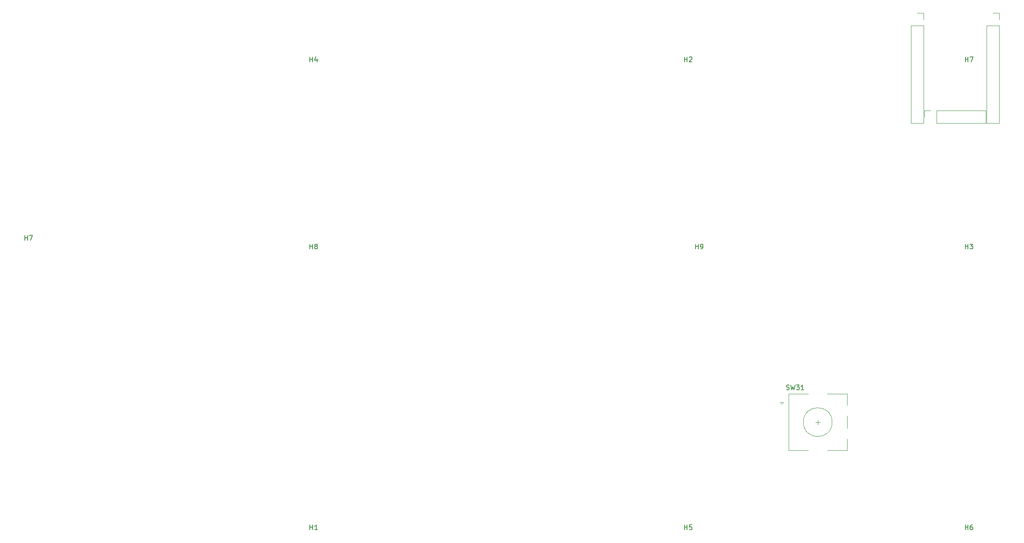
<source format=gbr>
%TF.GenerationSoftware,KiCad,Pcbnew,9.0.7*%
%TF.CreationDate,2026-02-23T23:42:04+09:00*%
%TF.ProjectId,YmmKeyboardMX,596d6d4b-6579-4626-9f61-72644d582e6b,rev?*%
%TF.SameCoordinates,Original*%
%TF.FileFunction,Legend,Top*%
%TF.FilePolarity,Positive*%
%FSLAX46Y46*%
G04 Gerber Fmt 4.6, Leading zero omitted, Abs format (unit mm)*
G04 Created by KiCad (PCBNEW 9.0.7) date 2026-02-23 23:42:04*
%MOMM*%
%LPD*%
G01*
G04 APERTURE LIST*
%ADD10C,0.150000*%
%ADD11C,0.120000*%
G04 APERTURE END LIST*
D10*
X195990476Y-104607200D02*
X196133333Y-104654819D01*
X196133333Y-104654819D02*
X196371428Y-104654819D01*
X196371428Y-104654819D02*
X196466666Y-104607200D01*
X196466666Y-104607200D02*
X196514285Y-104559580D01*
X196514285Y-104559580D02*
X196561904Y-104464342D01*
X196561904Y-104464342D02*
X196561904Y-104369104D01*
X196561904Y-104369104D02*
X196514285Y-104273866D01*
X196514285Y-104273866D02*
X196466666Y-104226247D01*
X196466666Y-104226247D02*
X196371428Y-104178628D01*
X196371428Y-104178628D02*
X196180952Y-104131009D01*
X196180952Y-104131009D02*
X196085714Y-104083390D01*
X196085714Y-104083390D02*
X196038095Y-104035771D01*
X196038095Y-104035771D02*
X195990476Y-103940533D01*
X195990476Y-103940533D02*
X195990476Y-103845295D01*
X195990476Y-103845295D02*
X196038095Y-103750057D01*
X196038095Y-103750057D02*
X196085714Y-103702438D01*
X196085714Y-103702438D02*
X196180952Y-103654819D01*
X196180952Y-103654819D02*
X196419047Y-103654819D01*
X196419047Y-103654819D02*
X196561904Y-103702438D01*
X196895238Y-103654819D02*
X197133333Y-104654819D01*
X197133333Y-104654819D02*
X197323809Y-103940533D01*
X197323809Y-103940533D02*
X197514285Y-104654819D01*
X197514285Y-104654819D02*
X197752381Y-103654819D01*
X198038095Y-103654819D02*
X198657142Y-103654819D01*
X198657142Y-103654819D02*
X198323809Y-104035771D01*
X198323809Y-104035771D02*
X198466666Y-104035771D01*
X198466666Y-104035771D02*
X198561904Y-104083390D01*
X198561904Y-104083390D02*
X198609523Y-104131009D01*
X198609523Y-104131009D02*
X198657142Y-104226247D01*
X198657142Y-104226247D02*
X198657142Y-104464342D01*
X198657142Y-104464342D02*
X198609523Y-104559580D01*
X198609523Y-104559580D02*
X198561904Y-104607200D01*
X198561904Y-104607200D02*
X198466666Y-104654819D01*
X198466666Y-104654819D02*
X198180952Y-104654819D01*
X198180952Y-104654819D02*
X198085714Y-104607200D01*
X198085714Y-104607200D02*
X198038095Y-104559580D01*
X199609523Y-104654819D02*
X199038095Y-104654819D01*
X199323809Y-104654819D02*
X199323809Y-103654819D01*
X199323809Y-103654819D02*
X199228571Y-103797676D01*
X199228571Y-103797676D02*
X199133333Y-103892914D01*
X199133333Y-103892914D02*
X199038095Y-103940533D01*
X233238095Y-36304819D02*
X233238095Y-35304819D01*
X233238095Y-35781009D02*
X233809523Y-35781009D01*
X233809523Y-36304819D02*
X233809523Y-35304819D01*
X234190476Y-35304819D02*
X234857142Y-35304819D01*
X234857142Y-35304819D02*
X234428571Y-36304819D01*
X96738095Y-36304819D02*
X96738095Y-35304819D01*
X96738095Y-35781009D02*
X97309523Y-35781009D01*
X97309523Y-36304819D02*
X97309523Y-35304819D01*
X98214285Y-35638152D02*
X98214285Y-36304819D01*
X97976190Y-35257200D02*
X97738095Y-35971485D01*
X97738095Y-35971485D02*
X98357142Y-35971485D01*
X174738095Y-133804819D02*
X174738095Y-132804819D01*
X174738095Y-133281009D02*
X175309523Y-133281009D01*
X175309523Y-133804819D02*
X175309523Y-132804819D01*
X176261904Y-132804819D02*
X175785714Y-132804819D01*
X175785714Y-132804819D02*
X175738095Y-133281009D01*
X175738095Y-133281009D02*
X175785714Y-133233390D01*
X175785714Y-133233390D02*
X175880952Y-133185771D01*
X175880952Y-133185771D02*
X176119047Y-133185771D01*
X176119047Y-133185771D02*
X176214285Y-133233390D01*
X176214285Y-133233390D02*
X176261904Y-133281009D01*
X176261904Y-133281009D02*
X176309523Y-133376247D01*
X176309523Y-133376247D02*
X176309523Y-133614342D01*
X176309523Y-133614342D02*
X176261904Y-133709580D01*
X176261904Y-133709580D02*
X176214285Y-133757200D01*
X176214285Y-133757200D02*
X176119047Y-133804819D01*
X176119047Y-133804819D02*
X175880952Y-133804819D01*
X175880952Y-133804819D02*
X175785714Y-133757200D01*
X175785714Y-133757200D02*
X175738095Y-133709580D01*
X96738095Y-75304819D02*
X96738095Y-74304819D01*
X96738095Y-74781009D02*
X97309523Y-74781009D01*
X97309523Y-75304819D02*
X97309523Y-74304819D01*
X97928571Y-74733390D02*
X97833333Y-74685771D01*
X97833333Y-74685771D02*
X97785714Y-74638152D01*
X97785714Y-74638152D02*
X97738095Y-74542914D01*
X97738095Y-74542914D02*
X97738095Y-74495295D01*
X97738095Y-74495295D02*
X97785714Y-74400057D01*
X97785714Y-74400057D02*
X97833333Y-74352438D01*
X97833333Y-74352438D02*
X97928571Y-74304819D01*
X97928571Y-74304819D02*
X98119047Y-74304819D01*
X98119047Y-74304819D02*
X98214285Y-74352438D01*
X98214285Y-74352438D02*
X98261904Y-74400057D01*
X98261904Y-74400057D02*
X98309523Y-74495295D01*
X98309523Y-74495295D02*
X98309523Y-74542914D01*
X98309523Y-74542914D02*
X98261904Y-74638152D01*
X98261904Y-74638152D02*
X98214285Y-74685771D01*
X98214285Y-74685771D02*
X98119047Y-74733390D01*
X98119047Y-74733390D02*
X97928571Y-74733390D01*
X97928571Y-74733390D02*
X97833333Y-74781009D01*
X97833333Y-74781009D02*
X97785714Y-74828628D01*
X97785714Y-74828628D02*
X97738095Y-74923866D01*
X97738095Y-74923866D02*
X97738095Y-75114342D01*
X97738095Y-75114342D02*
X97785714Y-75209580D01*
X97785714Y-75209580D02*
X97833333Y-75257200D01*
X97833333Y-75257200D02*
X97928571Y-75304819D01*
X97928571Y-75304819D02*
X98119047Y-75304819D01*
X98119047Y-75304819D02*
X98214285Y-75257200D01*
X98214285Y-75257200D02*
X98261904Y-75209580D01*
X98261904Y-75209580D02*
X98309523Y-75114342D01*
X98309523Y-75114342D02*
X98309523Y-74923866D01*
X98309523Y-74923866D02*
X98261904Y-74828628D01*
X98261904Y-74828628D02*
X98214285Y-74781009D01*
X98214285Y-74781009D02*
X98119047Y-74733390D01*
X233238095Y-75304819D02*
X233238095Y-74304819D01*
X233238095Y-74781009D02*
X233809523Y-74781009D01*
X233809523Y-75304819D02*
X233809523Y-74304819D01*
X234190476Y-74304819D02*
X234809523Y-74304819D01*
X234809523Y-74304819D02*
X234476190Y-74685771D01*
X234476190Y-74685771D02*
X234619047Y-74685771D01*
X234619047Y-74685771D02*
X234714285Y-74733390D01*
X234714285Y-74733390D02*
X234761904Y-74781009D01*
X234761904Y-74781009D02*
X234809523Y-74876247D01*
X234809523Y-74876247D02*
X234809523Y-75114342D01*
X234809523Y-75114342D02*
X234761904Y-75209580D01*
X234761904Y-75209580D02*
X234714285Y-75257200D01*
X234714285Y-75257200D02*
X234619047Y-75304819D01*
X234619047Y-75304819D02*
X234333333Y-75304819D01*
X234333333Y-75304819D02*
X234238095Y-75257200D01*
X234238095Y-75257200D02*
X234190476Y-75209580D01*
X96738095Y-133804819D02*
X96738095Y-132804819D01*
X96738095Y-133281009D02*
X97309523Y-133281009D01*
X97309523Y-133804819D02*
X97309523Y-132804819D01*
X98309523Y-133804819D02*
X97738095Y-133804819D01*
X98023809Y-133804819D02*
X98023809Y-132804819D01*
X98023809Y-132804819D02*
X97928571Y-132947676D01*
X97928571Y-132947676D02*
X97833333Y-133042914D01*
X97833333Y-133042914D02*
X97738095Y-133090533D01*
X233238095Y-133804819D02*
X233238095Y-132804819D01*
X233238095Y-133281009D02*
X233809523Y-133281009D01*
X233809523Y-133804819D02*
X233809523Y-132804819D01*
X234714285Y-132804819D02*
X234523809Y-132804819D01*
X234523809Y-132804819D02*
X234428571Y-132852438D01*
X234428571Y-132852438D02*
X234380952Y-132900057D01*
X234380952Y-132900057D02*
X234285714Y-133042914D01*
X234285714Y-133042914D02*
X234238095Y-133233390D01*
X234238095Y-133233390D02*
X234238095Y-133614342D01*
X234238095Y-133614342D02*
X234285714Y-133709580D01*
X234285714Y-133709580D02*
X234333333Y-133757200D01*
X234333333Y-133757200D02*
X234428571Y-133804819D01*
X234428571Y-133804819D02*
X234619047Y-133804819D01*
X234619047Y-133804819D02*
X234714285Y-133757200D01*
X234714285Y-133757200D02*
X234761904Y-133709580D01*
X234761904Y-133709580D02*
X234809523Y-133614342D01*
X234809523Y-133614342D02*
X234809523Y-133376247D01*
X234809523Y-133376247D02*
X234761904Y-133281009D01*
X234761904Y-133281009D02*
X234714285Y-133233390D01*
X234714285Y-133233390D02*
X234619047Y-133185771D01*
X234619047Y-133185771D02*
X234428571Y-133185771D01*
X234428571Y-133185771D02*
X234333333Y-133233390D01*
X234333333Y-133233390D02*
X234285714Y-133281009D01*
X234285714Y-133281009D02*
X234238095Y-133376247D01*
X37338095Y-73504819D02*
X37338095Y-72504819D01*
X37338095Y-72981009D02*
X37909523Y-72981009D01*
X37909523Y-73504819D02*
X37909523Y-72504819D01*
X38290476Y-72504819D02*
X38957142Y-72504819D01*
X38957142Y-72504819D02*
X38528571Y-73504819D01*
X177038095Y-75304819D02*
X177038095Y-74304819D01*
X177038095Y-74781009D02*
X177609523Y-74781009D01*
X177609523Y-75304819D02*
X177609523Y-74304819D01*
X178133333Y-75304819D02*
X178323809Y-75304819D01*
X178323809Y-75304819D02*
X178419047Y-75257200D01*
X178419047Y-75257200D02*
X178466666Y-75209580D01*
X178466666Y-75209580D02*
X178561904Y-75066723D01*
X178561904Y-75066723D02*
X178609523Y-74876247D01*
X178609523Y-74876247D02*
X178609523Y-74495295D01*
X178609523Y-74495295D02*
X178561904Y-74400057D01*
X178561904Y-74400057D02*
X178514285Y-74352438D01*
X178514285Y-74352438D02*
X178419047Y-74304819D01*
X178419047Y-74304819D02*
X178228571Y-74304819D01*
X178228571Y-74304819D02*
X178133333Y-74352438D01*
X178133333Y-74352438D02*
X178085714Y-74400057D01*
X178085714Y-74400057D02*
X178038095Y-74495295D01*
X178038095Y-74495295D02*
X178038095Y-74733390D01*
X178038095Y-74733390D02*
X178085714Y-74828628D01*
X178085714Y-74828628D02*
X178133333Y-74876247D01*
X178133333Y-74876247D02*
X178228571Y-74923866D01*
X178228571Y-74923866D02*
X178419047Y-74923866D01*
X178419047Y-74923866D02*
X178514285Y-74876247D01*
X178514285Y-74876247D02*
X178561904Y-74828628D01*
X178561904Y-74828628D02*
X178609523Y-74733390D01*
X174738095Y-36304819D02*
X174738095Y-35304819D01*
X174738095Y-35781009D02*
X175309523Y-35781009D01*
X175309523Y-36304819D02*
X175309523Y-35304819D01*
X175738095Y-35400057D02*
X175785714Y-35352438D01*
X175785714Y-35352438D02*
X175880952Y-35304819D01*
X175880952Y-35304819D02*
X176119047Y-35304819D01*
X176119047Y-35304819D02*
X176214285Y-35352438D01*
X176214285Y-35352438D02*
X176261904Y-35400057D01*
X176261904Y-35400057D02*
X176309523Y-35495295D01*
X176309523Y-35495295D02*
X176309523Y-35590533D01*
X176309523Y-35590533D02*
X176261904Y-35733390D01*
X176261904Y-35733390D02*
X175690476Y-36304819D01*
X175690476Y-36304819D02*
X176309523Y-36304819D01*
D11*
%TO.C,SW31*%
X205500000Y-111400000D02*
G75*
G02*
X199500000Y-111400000I-3000000J0D01*
G01*
X199500000Y-111400000D02*
G75*
G02*
X205500000Y-111400000I3000000J0D01*
G01*
X208600000Y-117300000D02*
X204500000Y-117300000D01*
X208600000Y-114900000D02*
X208600000Y-117300000D01*
X208600000Y-110100000D02*
X208600000Y-112700000D01*
X208600000Y-105500000D02*
X208600000Y-107900000D01*
X204500000Y-105500000D02*
X208600000Y-105500000D01*
X202500000Y-110900000D02*
X202500000Y-111900000D01*
X202000000Y-111400000D02*
X203000000Y-111400000D01*
X200500000Y-117300000D02*
X196400000Y-117300000D01*
X200500000Y-105500000D02*
X196400000Y-105500000D01*
X196400000Y-105500000D02*
X196400000Y-117300000D01*
X195300000Y-107300000D02*
X195000000Y-107600000D01*
X195000000Y-107600000D02*
X194700000Y-107300000D01*
X194700000Y-107300000D02*
X195300000Y-107300000D01*
%TO.C,U1*%
X221890000Y-28770000D02*
X221890000Y-49150000D01*
X221890000Y-28770000D02*
X224550000Y-28770000D01*
X221890000Y-49150000D02*
X224550000Y-49150000D01*
X223220000Y-26170000D02*
X224550000Y-26170000D01*
X224550000Y-26170000D02*
X224550000Y-27500000D01*
X224550000Y-28770000D02*
X224550000Y-49150000D01*
X224680000Y-46470000D02*
X226010000Y-46470000D01*
X224680000Y-47800000D02*
X224680000Y-46470000D01*
X227280000Y-46470000D02*
X237500000Y-46470000D01*
X227280000Y-49130000D02*
X227280000Y-46470000D01*
X227280000Y-49130000D02*
X237500000Y-49130000D01*
X237500000Y-49130000D02*
X237500000Y-46470000D01*
X237670000Y-28760000D02*
X237670000Y-49140000D01*
X237670000Y-28760000D02*
X240330000Y-28760000D01*
X237670000Y-49140000D02*
X240330000Y-49140000D01*
X239000000Y-26160000D02*
X240330000Y-26160000D01*
X240330000Y-26160000D02*
X240330000Y-27490000D01*
X240330000Y-28760000D02*
X240330000Y-49140000D01*
%TD*%
M02*

</source>
